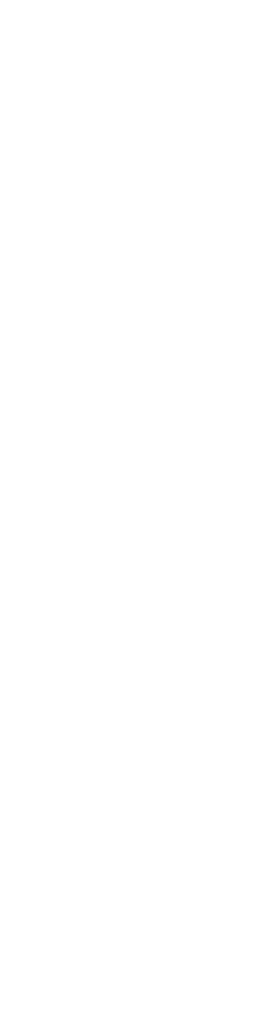
<source format=gtp>
*%FSLAX23Y23*%
*%MOIN*%
G01*
D23*
X4773Y5007D02*
D03*
X5533Y4967D02*
D03*
X5278Y3532D02*
D03*
X4843D02*
D03*
X4408D02*
D03*
X5428Y3047D02*
D03*
X4993D02*
D03*
X4558D02*
D03*
D34*
X5468Y5822D02*
D03*
X5573D02*
D03*
X4473Y4412D02*
D03*
D38*
X5198Y5602D02*
D03*
X5148Y5932D02*
D03*
X5143Y6522D02*
D03*
X5103Y4522D02*
D03*
X4663D02*
D03*
X4888Y5452D02*
D03*
D52*
X5241Y7438D02*
D03*
X5186D02*
D03*
X5131D02*
D03*
X5076D02*
D03*
X5021D02*
D03*
X4966D02*
D03*
X4911D02*
D03*
X4856D02*
D03*
X4801D02*
D03*
D53*
X4723Y5007D02*
D03*
X4673D02*
D03*
X4623D02*
D03*
X4573D02*
D03*
X4523D02*
D03*
X4473D02*
D03*
X4423D02*
D03*
Y4632D02*
D03*
X4473D02*
D03*
X4523D02*
D03*
X4573D02*
D03*
X4623D02*
D03*
X4673D02*
D03*
X4723D02*
D03*
X4773D02*
D03*
X5483Y4967D02*
D03*
X5433D02*
D03*
X5383D02*
D03*
X5333D02*
D03*
X5283D02*
D03*
X5233D02*
D03*
X5183D02*
D03*
Y4742D02*
D03*
X5233D02*
D03*
X5283D02*
D03*
X5333D02*
D03*
X5383D02*
D03*
X5433D02*
D03*
X5483D02*
D03*
X5533D02*
D03*
X5278Y3757D02*
D03*
X5328D02*
D03*
X5378D02*
D03*
X5428D02*
D03*
X5478D02*
D03*
X5528D02*
D03*
X5578D02*
D03*
X5628D02*
D03*
Y3532D02*
D03*
X5578D02*
D03*
X5528D02*
D03*
X5478D02*
D03*
X5428D02*
D03*
X5378D02*
D03*
X5328D02*
D03*
X4893D02*
D03*
X4943D02*
D03*
X4993D02*
D03*
X5043D02*
D03*
X5093D02*
D03*
X5143D02*
D03*
X5193D02*
D03*
Y3757D02*
D03*
X5143D02*
D03*
X5093D02*
D03*
X5043D02*
D03*
X4993D02*
D03*
X4943D02*
D03*
X4893D02*
D03*
X4843D02*
D03*
X4408D02*
D03*
X4458D02*
D03*
X4508D02*
D03*
X4558D02*
D03*
X4608D02*
D03*
X4658D02*
D03*
X4708D02*
D03*
X4758D02*
D03*
Y3532D02*
D03*
X4708D02*
D03*
X4658D02*
D03*
X4608D02*
D03*
X4558D02*
D03*
X4508D02*
D03*
X4458D02*
D03*
X5428Y3272D02*
D03*
X5478D02*
D03*
X5528D02*
D03*
X5578D02*
D03*
Y3047D02*
D03*
X5528D02*
D03*
X5478D02*
D03*
X5043D02*
D03*
X5093D02*
D03*
X5143D02*
D03*
Y3272D02*
D03*
X5093D02*
D03*
X5043D02*
D03*
X4993D02*
D03*
X4558D02*
D03*
X4608D02*
D03*
X4658D02*
D03*
X4708D02*
D03*
Y3047D02*
D03*
X4658D02*
D03*
X4608D02*
D03*
D59*
X5478Y6637D02*
D03*
Y6562D02*
D03*
X5473Y4217D02*
D03*
Y4142D02*
D03*
X5543Y4217D02*
D03*
Y4142D02*
D03*
X5038D02*
D03*
Y4217D02*
D03*
X5108Y4142D02*
D03*
Y4217D02*
D03*
X4603D02*
D03*
Y4142D02*
D03*
X4673Y4217D02*
D03*
Y4142D02*
D03*
X5608Y3987D02*
D03*
X5533D02*
D03*
X5608Y3927D02*
D03*
X5533D02*
D03*
X5098Y3987D02*
D03*
X5173D02*
D03*
X5098Y3927D02*
D03*
X5173D02*
D03*
X4738Y3987D02*
D03*
X4663D02*
D03*
X4738Y3927D02*
D03*
X4663D02*
D03*
D60*
X5571Y4067D02*
D03*
X5570Y3847D02*
D03*
X5136Y4067D02*
D03*
X5135Y3847D02*
D03*
X4701Y4067D02*
D03*
X4700Y3847D02*
D03*
D62*
X5037Y5602D02*
D03*
X4968D02*
D03*
X4812Y5677D02*
D03*
X4743D02*
D03*
X5203Y5692D02*
D03*
X5133D02*
D03*
X4812Y5847D02*
D03*
X4743D02*
D03*
X4593Y6492D02*
D03*
X4662D02*
D03*
X4668Y6662D02*
D03*
X4598D02*
D03*
X4527D02*
D03*
X4458D02*
D03*
X4667Y6597D02*
D03*
X4598D02*
D03*
X4458D02*
D03*
X4528D02*
D03*
X5468Y5917D02*
D03*
X5538D02*
D03*
Y6067D02*
D03*
X5468D02*
D03*
X5538Y5992D02*
D03*
X5468D02*
D03*
X4888Y4607D02*
D03*
X4958D02*
D03*
X5173Y4297D02*
D03*
X5103D02*
D03*
X5398Y4607D02*
D03*
X5328D02*
D03*
X4673Y4302D02*
D03*
X4743D02*
D03*
X4723Y5097D02*
D03*
X4793D02*
D03*
X5168Y5057D02*
D03*
X5238D02*
D03*
X4533Y5097D02*
D03*
X4463D02*
D03*
X5338Y3972D02*
D03*
X5268D02*
D03*
Y3907D02*
D03*
X5338D02*
D03*
X5463D02*
D03*
X5393D02*
D03*
Y3842D02*
D03*
X5463D02*
D03*
X5028D02*
D03*
X4958D02*
D03*
Y3907D02*
D03*
X5028D02*
D03*
X4833Y3972D02*
D03*
X4903D02*
D03*
Y3907D02*
D03*
X4833D02*
D03*
X4468Y3972D02*
D03*
X4398D02*
D03*
X4523Y3842D02*
D03*
X4593D02*
D03*
Y3907D02*
D03*
X4523D02*
D03*
X4398D02*
D03*
X4468D02*
D03*
X5128Y3372D02*
D03*
X5198D02*
D03*
X5423D02*
D03*
X5493D02*
D03*
X5058D02*
D03*
X4988D02*
D03*
X4553D02*
D03*
X4623D02*
D03*
X5343Y3452D02*
D03*
X5413D02*
D03*
X4978D02*
D03*
X4908D02*
D03*
X4473D02*
D03*
X4543D02*
D03*
X4668D02*
D03*
X4598D02*
D03*
X5033D02*
D03*
X5103D02*
D03*
X5538D02*
D03*
X5468D02*
D03*
X5633Y3372D02*
D03*
X5563D02*
D03*
X4763D02*
D03*
X4693D02*
D03*
D69*
X4973Y5532D02*
D03*
Y5463D02*
D03*
X5053Y5542D02*
D03*
Y5472D02*
D03*
X5533Y4652D02*
D03*
Y4583D02*
D03*
X5048Y4697D02*
D03*
Y4628D02*
D03*
X5468Y4022D02*
D03*
Y4092D02*
D03*
X5403Y3978D02*
D03*
Y4047D02*
D03*
X4968D02*
D03*
Y3978D02*
D03*
X5033Y4092D02*
D03*
Y4022D02*
D03*
X4598D02*
D03*
Y4092D02*
D03*
X4533Y3978D02*
D03*
Y4047D02*
D03*
X5113Y4753D02*
D03*
Y4822D02*
D03*
X4403Y4353D02*
D03*
Y4422D02*
D03*
Y4478D02*
D03*
Y4547D02*
D03*
X4468Y4478D02*
D03*
Y4547D02*
D03*
X5048Y4753D02*
D03*
Y4822D02*
D03*
Y4962D02*
D03*
Y4893D02*
D03*
X5118Y5542D02*
D03*
Y5473D02*
D03*
X5293Y3327D02*
D03*
Y3397D02*
D03*
X4858D02*
D03*
Y3327D02*
D03*
X4423D02*
D03*
Y3397D02*
D03*
X5348Y3267D02*
D03*
Y3197D02*
D03*
X4913D02*
D03*
Y3267D02*
D03*
X4478D02*
D03*
Y3197D02*
D03*
X5348Y3052D02*
D03*
Y3122D02*
D03*
X4913D02*
D03*
Y3052D02*
D03*
X4478D02*
D03*
Y3122D02*
D03*
X5588Y2952D02*
D03*
Y2883D02*
D03*
X5153D02*
D03*
Y2952D02*
D03*
X4718D02*
D03*
Y2883D02*
D03*
X5348Y2917D02*
D03*
Y2847D02*
D03*
X4913D02*
D03*
Y2917D02*
D03*
X4478D02*
D03*
Y2847D02*
D03*
X5348Y2687D02*
D03*
Y2757D02*
D03*
X4913D02*
D03*
Y2687D02*
D03*
X4478D02*
D03*
Y2757D02*
D03*
X5153Y2717D02*
D03*
Y2787D02*
D03*
D71*
X5398Y6600D02*
D03*
X5393Y4180D02*
D03*
X5623Y4179D02*
D03*
X4958Y4180D02*
D03*
X5188Y4179D02*
D03*
X4523Y4180D02*
D03*
X4753Y4179D02*
D03*
D77*
X5143Y6402D02*
D03*
X5008D02*
D03*
X4863D02*
D03*
X4728D02*
D03*
D88*
X5423Y5602D02*
D03*
Y5552D02*
D03*
Y5502D02*
D03*
Y5452D02*
D03*
X5198D02*
D03*
Y5502D02*
D03*
Y5552D02*
D03*
X5148Y5982D02*
D03*
Y6032D02*
D03*
Y6082D02*
D03*
Y6132D02*
D03*
Y6182D02*
D03*
Y6232D02*
D03*
Y6282D02*
D03*
X4773D02*
D03*
Y6232D02*
D03*
Y6182D02*
D03*
Y6132D02*
D03*
Y6082D02*
D03*
Y6032D02*
D03*
Y5982D02*
D03*
Y5932D02*
D03*
X4768Y6522D02*
D03*
Y6572D02*
D03*
Y6622D02*
D03*
Y6672D02*
D03*
Y6722D02*
D03*
Y6772D02*
D03*
Y6822D02*
D03*
Y6872D02*
D03*
X5143D02*
D03*
Y6822D02*
D03*
Y6772D02*
D03*
Y6722D02*
D03*
Y6672D02*
D03*
Y6622D02*
D03*
Y6572D02*
D03*
X5328Y4522D02*
D03*
Y4472D02*
D03*
Y4422D02*
D03*
Y4372D02*
D03*
X5103D02*
D03*
Y4422D02*
D03*
Y4472D02*
D03*
X4663D02*
D03*
Y4422D02*
D03*
Y4372D02*
D03*
X4888D02*
D03*
Y4422D02*
D03*
Y4472D02*
D03*
Y4522D02*
D03*
Y5502D02*
D03*
Y5552D02*
D03*
Y5602D02*
D03*
X4663D02*
D03*
Y5552D02*
D03*
Y5502D02*
D03*
Y5452D02*
D03*
D89*
X5460Y5282D02*
D03*
X5177D02*
D03*
X4637D02*
D03*
X4920D02*
D03*
D97*
X5268Y6102D02*
D03*
Y6237D02*
D03*
Y6017D02*
D03*
Y5882D02*
D03*
Y6827D02*
D03*
Y6692D02*
D03*
Y6602D02*
D03*
Y6467D02*
D03*
D102*
X5503Y6455D02*
D03*
Y6171D02*
D03*
M02*

</source>
